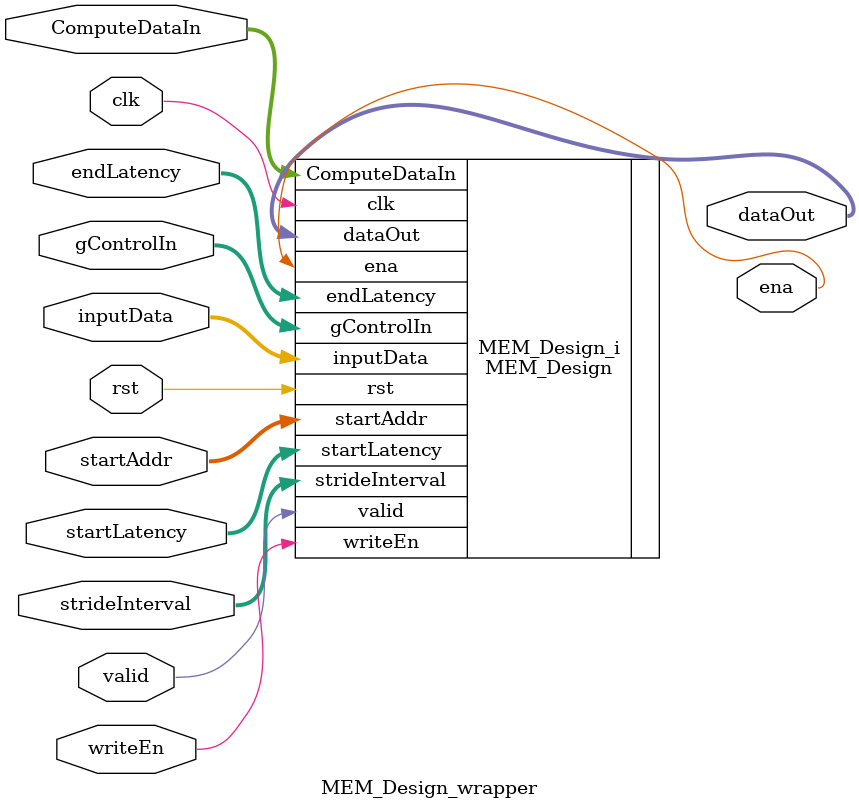
<source format=v>
`timescale 1 ps / 1 ps

module MEM_Design_wrapper
   (ComputeDataIn,
    clk,
    dataOut,
    ena,
    endLatency,
    gControlIn,
    inputData,
    rst,
    startAddr,
    startLatency,
    strideInterval,
    valid,
    writeEn);
  input [1727:0]ComputeDataIn;
  input clk;
  output [143:0]dataOut;
  output ena;
  input [15:0]endLatency;
  input [125:0]gControlIn;
  input [42:0]inputData;
  input rst;
  input [4:0]startAddr;
  input [15:0]startLatency;
  input [3:0]strideInterval;
  input valid;
  input writeEn;

  wire [1727:0]ComputeDataIn;
  wire clk;
  wire [143:0]dataOut;
  wire ena;
  wire [15:0]endLatency;
  wire [125:0]gControlIn;
  wire [42:0]inputData;
  wire rst;
  wire [4:0]startAddr;
  wire [15:0]startLatency;
  wire [3:0]strideInterval;
  wire valid;
  wire writeEn;

  MEM_Design MEM_Design_i
       (.ComputeDataIn(ComputeDataIn),
        .clk(clk),
        .dataOut(dataOut),
        .ena(ena),
        .endLatency(endLatency),
        .gControlIn(gControlIn),
        .inputData(inputData),
        .rst(rst),
        .startAddr(startAddr),
        .startLatency(startLatency),
        .strideInterval(strideInterval),
        .valid(valid),
        .writeEn(writeEn));
endmodule

</source>
